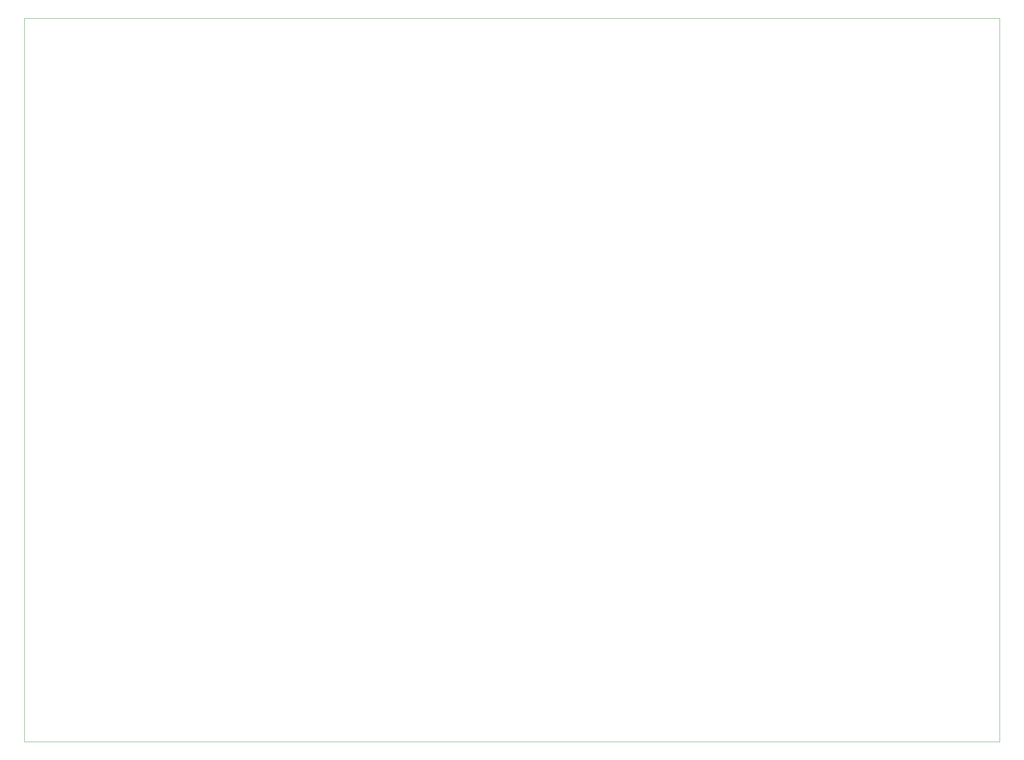
<source format=gko>
%FSLAX44Y44*%
%MOMM*%
G71*
G01*
G75*
G04 Layer_Color=16711935*
%ADD10C,0.1016*%
%ADD11C,3.8100*%
%ADD12C,1.2700*%
%ADD13C,2.0320*%
%ADD14C,2.2860*%
%ADD15C,4.5720*%
%ADD16C,3.5560*%
%ADD17C,2.7940*%
%ADD18C,5.0800*%
%ADD19C,2.5400*%
%ADD20C,1.5240*%
%ADD21C,1.1430*%
%ADD22C,3.0000*%
%ADD23R,3.0000X3.0000*%
%ADD24R,3.0000X3.0000*%
%ADD25C,2.1590*%
%ADD26R,2.1590X2.1590*%
%ADD27R,2.1590X2.1590*%
%ADD28C,5.0000*%
%ADD29O,4.0000X5.0000*%
%ADD30C,4.0000*%
%ADD31O,3.0000X4.0000*%
%ADD32C,3.8100*%
%ADD33C,0.7620*%
%ADD34C,2.1590*%
%ADD35C,3.0480*%
%ADD36C,0.0762*%
D36*
X4072890Y1681480D02*
Y3390900D01*
X1771142Y1681480D02*
X4072890D01*
X1771142D02*
Y3390900D01*
X2069980D01*
X3771900D02*
X4072890D01*
X2070100D02*
X2400300D01*
X3771900D01*
M02*

</source>
